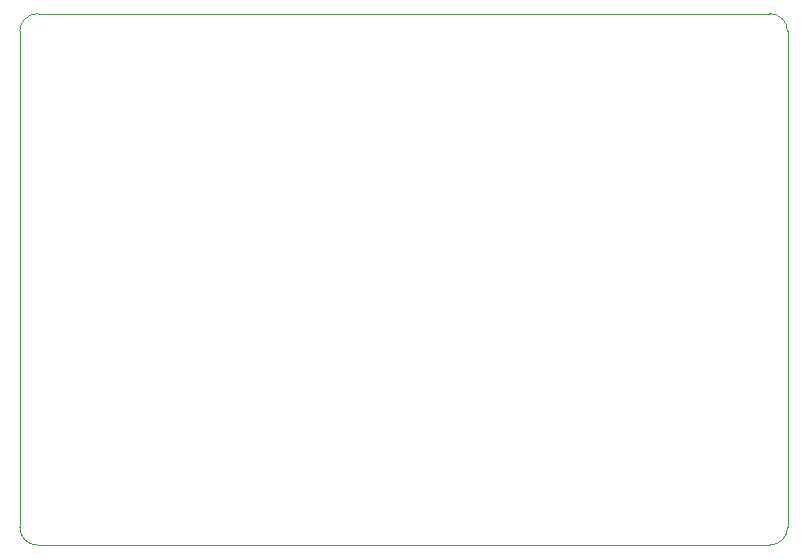
<source format=gbr>
%TF.GenerationSoftware,KiCad,Pcbnew,7.0.2*%
%TF.CreationDate,2023-05-19T22:23:46+01:00*%
%TF.ProjectId,pcb-stylophone_to_make,7063622d-7374-4796-9c6f-70686f6e655f,rev?*%
%TF.SameCoordinates,Original*%
%TF.FileFunction,Profile,NP*%
%FSLAX46Y46*%
G04 Gerber Fmt 4.6, Leading zero omitted, Abs format (unit mm)*
G04 Created by KiCad (PCBNEW 7.0.2) date 2023-05-19 22:23:46*
%MOMM*%
%LPD*%
G01*
G04 APERTURE LIST*
%TA.AperFunction,Profile*%
%ADD10C,0.100000*%
%TD*%
G04 APERTURE END LIST*
D10*
X165000000Y-143500000D02*
X165000000Y-101500000D01*
X100000000Y-143500000D02*
G75*
G03*
X101500000Y-145000000I1500000J0D01*
G01*
X163500000Y-100000000D02*
X101500000Y-100000000D01*
X100000000Y-101500000D02*
X100000000Y-143500000D01*
X101500000Y-145000000D02*
X163500000Y-145000000D01*
X101500000Y-100000000D02*
G75*
G03*
X100000000Y-101500000I0J-1500000D01*
G01*
X165000000Y-101500000D02*
G75*
G03*
X163500000Y-100000000I-1500000J0D01*
G01*
X163500000Y-145000000D02*
G75*
G03*
X165000000Y-143500000I0J1500000D01*
G01*
M02*

</source>
